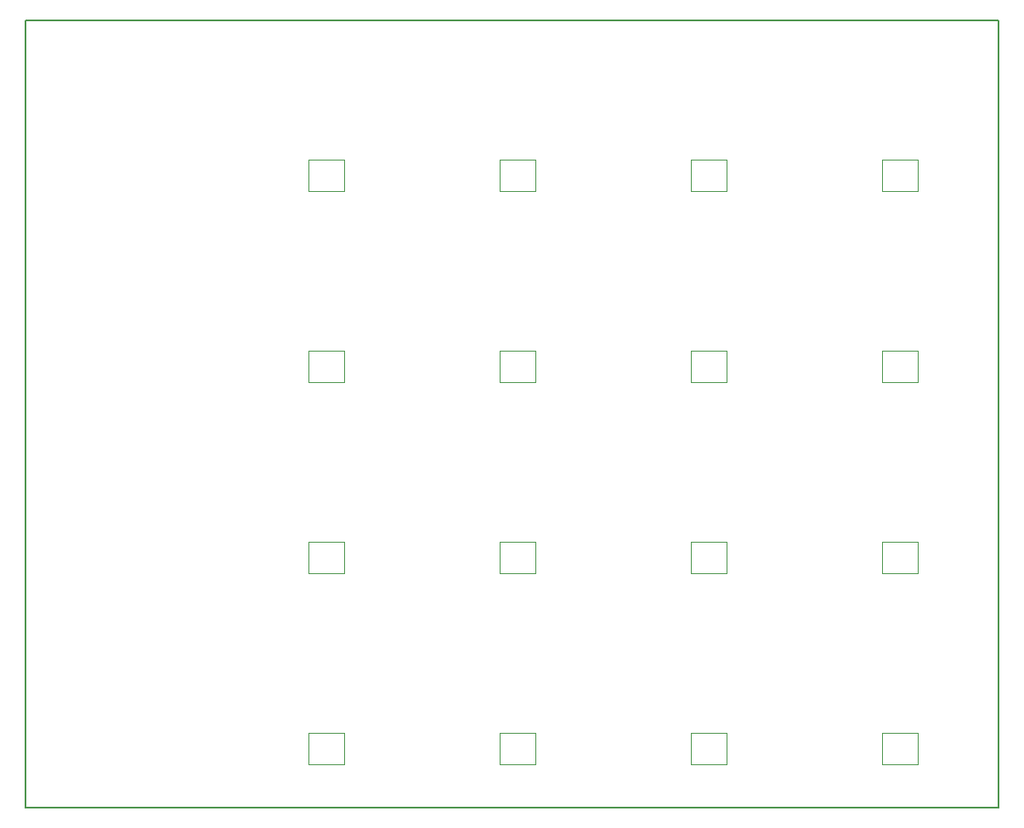
<source format=gm1>
%TF.GenerationSoftware,KiCad,Pcbnew,8.0.0*%
%TF.CreationDate,2024-03-13T16:12:56+07:00*%
%TF.ProjectId,dumbpad,64756d62-7061-4642-9e6b-696361645f70,rev?*%
%TF.SameCoordinates,Original*%
%TF.FileFunction,Profile,NP*%
%FSLAX46Y46*%
G04 Gerber Fmt 4.6, Leading zero omitted, Abs format (unit mm)*
G04 Created by KiCad (PCBNEW 8.0.0) date 2024-03-13 16:12:56*
%MOMM*%
%LPD*%
G01*
G04 APERTURE LIST*
%TA.AperFunction,Profile*%
%ADD10C,0.152400*%
%TD*%
%TA.AperFunction,Profile*%
%ADD11C,0.120000*%
%TD*%
G04 APERTURE END LIST*
D10*
X100001100Y-67753600D02*
X100001100Y-144253600D01*
X100001100Y-65753600D02*
X100001100Y-67753600D01*
X197001100Y-144253600D02*
X197001100Y-65753600D01*
X197001100Y-65753600D02*
X100001100Y-65753600D01*
X100001100Y-144253600D02*
X197001100Y-144253600D01*
D11*
%TO.C,S1*%
X128201100Y-79663600D02*
X131801100Y-79663600D01*
X128201100Y-82763600D02*
X128201100Y-79663600D01*
X131801100Y-79663600D02*
X131801100Y-82763600D01*
X131801100Y-82763600D02*
X128201100Y-82763600D01*
%TO.C,S15*%
X166301100Y-136813600D02*
X169901100Y-136813600D01*
X166301100Y-139913600D02*
X166301100Y-136813600D01*
X169901100Y-136813600D02*
X169901100Y-139913600D01*
X169901100Y-139913600D02*
X166301100Y-139913600D01*
%TO.C,S8*%
X185351100Y-98713600D02*
X188951100Y-98713600D01*
X185351100Y-101813600D02*
X185351100Y-98713600D01*
X188951100Y-98713600D02*
X188951100Y-101813600D01*
X188951100Y-101813600D02*
X185351100Y-101813600D01*
%TO.C,S2*%
X147251100Y-79663600D02*
X150851100Y-79663600D01*
X147251100Y-82763600D02*
X147251100Y-79663600D01*
X150851100Y-79663600D02*
X150851100Y-82763600D01*
X150851100Y-82763600D02*
X147251100Y-82763600D01*
%TO.C,S4*%
X185351100Y-79663600D02*
X188951100Y-79663600D01*
X185351100Y-82763600D02*
X185351100Y-79663600D01*
X188951100Y-79663600D02*
X188951100Y-82763600D01*
X188951100Y-82763600D02*
X185351100Y-82763600D01*
%TO.C,S5*%
X128201100Y-98713600D02*
X131801100Y-98713600D01*
X128201100Y-101813600D02*
X128201100Y-98713600D01*
X131801100Y-98713600D02*
X131801100Y-101813600D01*
X131801100Y-101813600D02*
X128201100Y-101813600D01*
%TO.C,S14*%
X147251100Y-136813600D02*
X150851100Y-136813600D01*
X147251100Y-139913600D02*
X147251100Y-136813600D01*
X150851100Y-136813600D02*
X150851100Y-139913600D01*
X150851100Y-139913600D02*
X147251100Y-139913600D01*
%TO.C,S11*%
X166301100Y-117763600D02*
X169901100Y-117763600D01*
X166301100Y-120863600D02*
X166301100Y-117763600D01*
X169901100Y-117763600D02*
X169901100Y-120863600D01*
X169901100Y-120863600D02*
X166301100Y-120863600D01*
%TO.C,S7*%
X166301100Y-98713600D02*
X169901100Y-98713600D01*
X166301100Y-101813600D02*
X166301100Y-98713600D01*
X169901100Y-98713600D02*
X169901100Y-101813600D01*
X169901100Y-101813600D02*
X166301100Y-101813600D01*
%TO.C,S6*%
X147251100Y-98713600D02*
X150851100Y-98713600D01*
X147251100Y-101813600D02*
X147251100Y-98713600D01*
X150851100Y-98713600D02*
X150851100Y-101813600D01*
X150851100Y-101813600D02*
X147251100Y-101813600D01*
%TO.C,S12*%
X185351100Y-117763600D02*
X188951100Y-117763600D01*
X185351100Y-120863600D02*
X185351100Y-117763600D01*
X188951100Y-117763600D02*
X188951100Y-120863600D01*
X188951100Y-120863600D02*
X185351100Y-120863600D01*
%TO.C,S3*%
X166301100Y-79663600D02*
X169901100Y-79663600D01*
X166301100Y-82763600D02*
X166301100Y-79663600D01*
X169901100Y-79663600D02*
X169901100Y-82763600D01*
X169901100Y-82763600D02*
X166301100Y-82763600D01*
%TO.C,S13*%
X128201100Y-136817200D02*
X131801100Y-136817200D01*
X128201100Y-139917200D02*
X128201100Y-136817200D01*
X131801100Y-136817200D02*
X131801100Y-139917200D01*
X131801100Y-139917200D02*
X128201100Y-139917200D01*
%TO.C,S9*%
X128201100Y-117763600D02*
X131801100Y-117763600D01*
X128201100Y-120863600D02*
X128201100Y-117763600D01*
X131801100Y-117763600D02*
X131801100Y-120863600D01*
X131801100Y-120863600D02*
X128201100Y-120863600D01*
%TO.C,S16*%
X185351100Y-136817200D02*
X188951100Y-136817200D01*
X185351100Y-139917200D02*
X185351100Y-136817200D01*
X188951100Y-136817200D02*
X188951100Y-139917200D01*
X188951100Y-139917200D02*
X185351100Y-139917200D01*
%TO.C,S10*%
X147251100Y-117763600D02*
X150851100Y-117763600D01*
X147251100Y-120863600D02*
X147251100Y-117763600D01*
X150851100Y-117763600D02*
X150851100Y-120863600D01*
X150851100Y-120863600D02*
X147251100Y-120863600D01*
%TD*%
M02*

</source>
